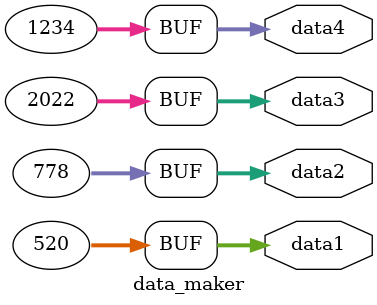
<source format=v>


module data_maker(
    output wire [31:0] data1,
    output wire [31:0] data2,
    output wire [31:0] data3,
    output wire [31:0] data4
    );

assign data1 = 32'd520;
assign data2 = 32'd778;
assign data3 = 32'd2022;
assign data4 = 32'd1234;
    
endmodule

</source>
